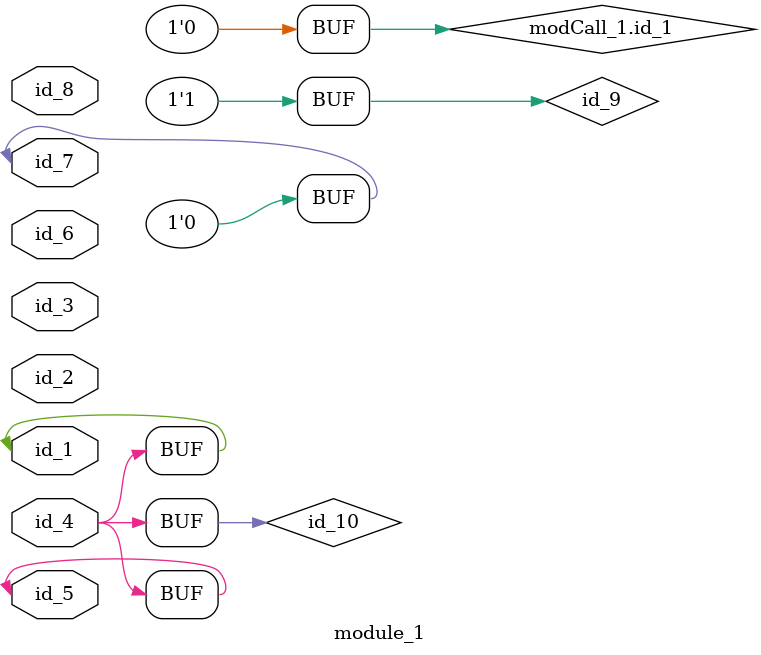
<source format=v>
module module_0;
  always_comb $display(id_1, -1);
  assign id_2 = id_1;
endmodule
module module_1 (
    id_1,
    id_2,
    id_3,
    id_4,
    id_5,
    id_6,
    id_7,
    id_8
);
  input wire id_8;
  inout wire id_7;
  input wire id_6;
  inout wire id_5;
  input wire id_4;
  input wire id_3;
  inout wire id_2;
  inout wire id_1;
  assign id_7 = -1'b0;
  tri id_9, id_10;
  always id_1 = id_5;
  module_0 modCall_1 ();
  assign modCall_1.id_1 = 0;
  wire id_11 = id_11;
  assign id_10 = id_4;
  wire id_12;
  wire id_13;
  assign id_9 = (1);
  always id_5 = id_4;
  always @(id_2);
endmodule

</source>
